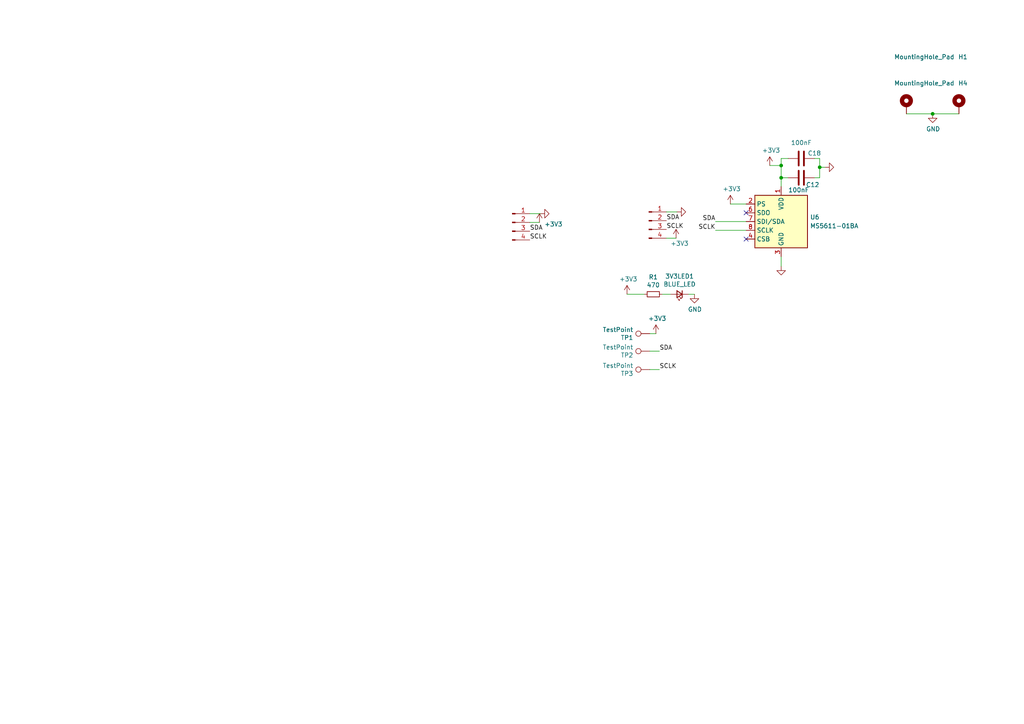
<source format=kicad_sch>
(kicad_sch (version 20230121) (generator eeschema)

  (uuid 0fb9836c-093c-4923-9fd8-054e13e1cd18)

  (paper "A4")

  (lib_symbols
    (symbol "Connector:Conn_01x04_Pin" (pin_names (offset 1.016) hide) (in_bom yes) (on_board yes)
      (property "Reference" "J" (at 0 5.08 0)
        (effects (font (size 1.27 1.27)))
      )
      (property "Value" "Conn_01x04_Pin" (at 0 -7.62 0)
        (effects (font (size 1.27 1.27)))
      )
      (property "Footprint" "" (at 0 0 0)
        (effects (font (size 1.27 1.27)) hide)
      )
      (property "Datasheet" "~" (at 0 0 0)
        (effects (font (size 1.27 1.27)) hide)
      )
      (property "ki_locked" "" (at 0 0 0)
        (effects (font (size 1.27 1.27)))
      )
      (property "ki_keywords" "connector" (at 0 0 0)
        (effects (font (size 1.27 1.27)) hide)
      )
      (property "ki_description" "Generic connector, single row, 01x04, script generated" (at 0 0 0)
        (effects (font (size 1.27 1.27)) hide)
      )
      (property "ki_fp_filters" "Connector*:*_1x??_*" (at 0 0 0)
        (effects (font (size 1.27 1.27)) hide)
      )
      (symbol "Conn_01x04_Pin_1_1"
        (polyline
          (pts
            (xy 1.27 -5.08)
            (xy 0.8636 -5.08)
          )
          (stroke (width 0.1524) (type default))
          (fill (type none))
        )
        (polyline
          (pts
            (xy 1.27 -2.54)
            (xy 0.8636 -2.54)
          )
          (stroke (width 0.1524) (type default))
          (fill (type none))
        )
        (polyline
          (pts
            (xy 1.27 0)
            (xy 0.8636 0)
          )
          (stroke (width 0.1524) (type default))
          (fill (type none))
        )
        (polyline
          (pts
            (xy 1.27 2.54)
            (xy 0.8636 2.54)
          )
          (stroke (width 0.1524) (type default))
          (fill (type none))
        )
        (rectangle (start 0.8636 -4.953) (end 0 -5.207)
          (stroke (width 0.1524) (type default))
          (fill (type outline))
        )
        (rectangle (start 0.8636 -2.413) (end 0 -2.667)
          (stroke (width 0.1524) (type default))
          (fill (type outline))
        )
        (rectangle (start 0.8636 0.127) (end 0 -0.127)
          (stroke (width 0.1524) (type default))
          (fill (type outline))
        )
        (rectangle (start 0.8636 2.667) (end 0 2.413)
          (stroke (width 0.1524) (type default))
          (fill (type outline))
        )
        (pin passive line (at 5.08 2.54 180) (length 3.81)
          (name "Pin_1" (effects (font (size 1.27 1.27))))
          (number "1" (effects (font (size 1.27 1.27))))
        )
        (pin passive line (at 5.08 0 180) (length 3.81)
          (name "Pin_2" (effects (font (size 1.27 1.27))))
          (number "2" (effects (font (size 1.27 1.27))))
        )
        (pin passive line (at 5.08 -2.54 180) (length 3.81)
          (name "Pin_3" (effects (font (size 1.27 1.27))))
          (number "3" (effects (font (size 1.27 1.27))))
        )
        (pin passive line (at 5.08 -5.08 180) (length 3.81)
          (name "Pin_4" (effects (font (size 1.27 1.27))))
          (number "4" (effects (font (size 1.27 1.27))))
        )
      )
    )
    (symbol "Connector:TestPoint" (pin_numbers hide) (pin_names (offset 0.762) hide) (in_bom yes) (on_board yes)
      (property "Reference" "TP" (at 0 6.858 0)
        (effects (font (size 1.27 1.27)))
      )
      (property "Value" "TestPoint" (at 0 5.08 0)
        (effects (font (size 1.27 1.27)))
      )
      (property "Footprint" "" (at 5.08 0 0)
        (effects (font (size 1.27 1.27)) hide)
      )
      (property "Datasheet" "~" (at 5.08 0 0)
        (effects (font (size 1.27 1.27)) hide)
      )
      (property "ki_keywords" "test point tp" (at 0 0 0)
        (effects (font (size 1.27 1.27)) hide)
      )
      (property "ki_description" "test point" (at 0 0 0)
        (effects (font (size 1.27 1.27)) hide)
      )
      (property "ki_fp_filters" "Pin* Test*" (at 0 0 0)
        (effects (font (size 1.27 1.27)) hide)
      )
      (symbol "TestPoint_0_1"
        (circle (center 0 3.302) (radius 0.762)
          (stroke (width 0) (type default))
          (fill (type none))
        )
      )
      (symbol "TestPoint_1_1"
        (pin passive line (at 0 0 90) (length 2.54)
          (name "1" (effects (font (size 1.27 1.27))))
          (number "1" (effects (font (size 1.27 1.27))))
        )
      )
    )
    (symbol "Device:C" (pin_numbers hide) (pin_names (offset 0.254)) (in_bom yes) (on_board yes)
      (property "Reference" "C" (at 0.635 2.54 0)
        (effects (font (size 1.27 1.27)) (justify left))
      )
      (property "Value" "C" (at 0.635 -2.54 0)
        (effects (font (size 1.27 1.27)) (justify left))
      )
      (property "Footprint" "" (at 0.9652 -3.81 0)
        (effects (font (size 1.27 1.27)) hide)
      )
      (property "Datasheet" "~" (at 0 0 0)
        (effects (font (size 1.27 1.27)) hide)
      )
      (property "ki_keywords" "cap capacitor" (at 0 0 0)
        (effects (font (size 1.27 1.27)) hide)
      )
      (property "ki_description" "Unpolarized capacitor" (at 0 0 0)
        (effects (font (size 1.27 1.27)) hide)
      )
      (property "ki_fp_filters" "C_*" (at 0 0 0)
        (effects (font (size 1.27 1.27)) hide)
      )
      (symbol "C_0_1"
        (polyline
          (pts
            (xy -2.032 -0.762)
            (xy 2.032 -0.762)
          )
          (stroke (width 0.508) (type default))
          (fill (type none))
        )
        (polyline
          (pts
            (xy -2.032 0.762)
            (xy 2.032 0.762)
          )
          (stroke (width 0.508) (type default))
          (fill (type none))
        )
      )
      (symbol "C_1_1"
        (pin passive line (at 0 3.81 270) (length 2.794)
          (name "~" (effects (font (size 1.27 1.27))))
          (number "1" (effects (font (size 1.27 1.27))))
        )
        (pin passive line (at 0 -3.81 90) (length 2.794)
          (name "~" (effects (font (size 1.27 1.27))))
          (number "2" (effects (font (size 1.27 1.27))))
        )
      )
    )
    (symbol "Device:LED_Small" (pin_numbers hide) (pin_names (offset 0.254) hide) (in_bom yes) (on_board yes)
      (property "Reference" "D" (at -1.27 3.175 0)
        (effects (font (size 1.27 1.27)) (justify left))
      )
      (property "Value" "LED_Small" (at -4.445 -2.54 0)
        (effects (font (size 1.27 1.27)) (justify left))
      )
      (property "Footprint" "" (at 0 0 90)
        (effects (font (size 1.27 1.27)) hide)
      )
      (property "Datasheet" "~" (at 0 0 90)
        (effects (font (size 1.27 1.27)) hide)
      )
      (property "ki_keywords" "LED diode light-emitting-diode" (at 0 0 0)
        (effects (font (size 1.27 1.27)) hide)
      )
      (property "ki_description" "Light emitting diode, small symbol" (at 0 0 0)
        (effects (font (size 1.27 1.27)) hide)
      )
      (property "ki_fp_filters" "LED* LED_SMD:* LED_THT:*" (at 0 0 0)
        (effects (font (size 1.27 1.27)) hide)
      )
      (symbol "LED_Small_0_1"
        (polyline
          (pts
            (xy -0.762 -1.016)
            (xy -0.762 1.016)
          )
          (stroke (width 0.254) (type default))
          (fill (type none))
        )
        (polyline
          (pts
            (xy 1.016 0)
            (xy -0.762 0)
          )
          (stroke (width 0) (type default))
          (fill (type none))
        )
        (polyline
          (pts
            (xy 0.762 -1.016)
            (xy -0.762 0)
            (xy 0.762 1.016)
            (xy 0.762 -1.016)
          )
          (stroke (width 0.254) (type default))
          (fill (type none))
        )
        (polyline
          (pts
            (xy 0 0.762)
            (xy -0.508 1.27)
            (xy -0.254 1.27)
            (xy -0.508 1.27)
            (xy -0.508 1.016)
          )
          (stroke (width 0) (type default))
          (fill (type none))
        )
        (polyline
          (pts
            (xy 0.508 1.27)
            (xy 0 1.778)
            (xy 0.254 1.778)
            (xy 0 1.778)
            (xy 0 1.524)
          )
          (stroke (width 0) (type default))
          (fill (type none))
        )
      )
      (symbol "LED_Small_1_1"
        (pin passive line (at -2.54 0 0) (length 1.778)
          (name "K" (effects (font (size 1.27 1.27))))
          (number "1" (effects (font (size 1.27 1.27))))
        )
        (pin passive line (at 2.54 0 180) (length 1.778)
          (name "A" (effects (font (size 1.27 1.27))))
          (number "2" (effects (font (size 1.27 1.27))))
        )
      )
    )
    (symbol "Device:R_Small" (pin_numbers hide) (pin_names (offset 0.254) hide) (in_bom yes) (on_board yes)
      (property "Reference" "R" (at 0.762 0.508 0)
        (effects (font (size 1.27 1.27)) (justify left))
      )
      (property "Value" "R_Small" (at 0.762 -1.016 0)
        (effects (font (size 1.27 1.27)) (justify left))
      )
      (property "Footprint" "" (at 0 0 0)
        (effects (font (size 1.27 1.27)) hide)
      )
      (property "Datasheet" "~" (at 0 0 0)
        (effects (font (size 1.27 1.27)) hide)
      )
      (property "ki_keywords" "R resistor" (at 0 0 0)
        (effects (font (size 1.27 1.27)) hide)
      )
      (property "ki_description" "Resistor, small symbol" (at 0 0 0)
        (effects (font (size 1.27 1.27)) hide)
      )
      (property "ki_fp_filters" "R_*" (at 0 0 0)
        (effects (font (size 1.27 1.27)) hide)
      )
      (symbol "R_Small_0_1"
        (rectangle (start -0.762 1.778) (end 0.762 -1.778)
          (stroke (width 0.2032) (type default))
          (fill (type none))
        )
      )
      (symbol "R_Small_1_1"
        (pin passive line (at 0 2.54 270) (length 0.762)
          (name "~" (effects (font (size 1.27 1.27))))
          (number "1" (effects (font (size 1.27 1.27))))
        )
        (pin passive line (at 0 -2.54 90) (length 0.762)
          (name "~" (effects (font (size 1.27 1.27))))
          (number "2" (effects (font (size 1.27 1.27))))
        )
      )
    )
    (symbol "GND_1" (power) (pin_names (offset 0)) (in_bom yes) (on_board yes)
      (property "Reference" "#PWR" (at 0 -6.35 0)
        (effects (font (size 1.27 1.27)) hide)
      )
      (property "Value" "GND_1" (at 0 -3.81 0)
        (effects (font (size 1.27 1.27)))
      )
      (property "Footprint" "" (at 0 0 0)
        (effects (font (size 1.27 1.27)) hide)
      )
      (property "Datasheet" "" (at 0 0 0)
        (effects (font (size 1.27 1.27)) hide)
      )
      (property "ki_keywords" "global power" (at 0 0 0)
        (effects (font (size 1.27 1.27)) hide)
      )
      (property "ki_description" "Power symbol creates a global label with name \"GND\" , ground" (at 0 0 0)
        (effects (font (size 1.27 1.27)) hide)
      )
      (symbol "GND_1_0_1"
        (polyline
          (pts
            (xy 0 0)
            (xy 0 -1.27)
            (xy 1.27 -1.27)
            (xy 0 -2.54)
            (xy -1.27 -1.27)
            (xy 0 -1.27)
          )
          (stroke (width 0) (type default))
          (fill (type none))
        )
      )
      (symbol "GND_1_1_1"
        (pin power_in line (at 0 0 270) (length 0) hide
          (name "GND" (effects (font (size 1.27 1.27))))
          (number "1" (effects (font (size 1.27 1.27))))
        )
      )
    )
    (symbol "Mechanical:MountingHole_Pad" (pin_numbers hide) (pin_names (offset 1.016) hide) (in_bom yes) (on_board yes)
      (property "Reference" "H" (at 0 6.35 0)
        (effects (font (size 1.27 1.27)))
      )
      (property "Value" "MountingHole_Pad" (at 0 4.445 0)
        (effects (font (size 1.27 1.27)))
      )
      (property "Footprint" "" (at 0 0 0)
        (effects (font (size 1.27 1.27)) hide)
      )
      (property "Datasheet" "~" (at 0 0 0)
        (effects (font (size 1.27 1.27)) hide)
      )
      (property "ki_keywords" "mounting hole" (at 0 0 0)
        (effects (font (size 1.27 1.27)) hide)
      )
      (property "ki_description" "Mounting Hole with connection" (at 0 0 0)
        (effects (font (size 1.27 1.27)) hide)
      )
      (property "ki_fp_filters" "MountingHole*Pad*" (at 0 0 0)
        (effects (font (size 1.27 1.27)) hide)
      )
      (symbol "MountingHole_Pad_0_1"
        (circle (center 0 1.27) (radius 1.27)
          (stroke (width 1.27) (type default))
          (fill (type none))
        )
      )
      (symbol "MountingHole_Pad_1_1"
        (pin input line (at 0 -2.54 90) (length 2.54)
          (name "1" (effects (font (size 1.27 1.27))))
          (number "1" (effects (font (size 1.27 1.27))))
        )
      )
    )
    (symbol "Sensor_Pressure:MS5611-01BA" (in_bom yes) (on_board yes)
      (property "Reference" "U" (at -6.35 8.89 0)
        (effects (font (size 1.27 1.27)))
      )
      (property "Value" "MS5611-01BA" (at 7.62 8.89 0)
        (effects (font (size 1.27 1.27)))
      )
      (property "Footprint" "Package_LGA:LGA-8_3x5mm_P1.25mm" (at 0 0 0)
        (effects (font (size 1.27 1.27)) hide)
      )
      (property "Datasheet" "https://www.te.com/commerce/DocumentDelivery/DDEController?Action=srchrtrv&DocNm=MS5611-01BA03&DocType=Data+Sheet&DocLang=English" (at 0 0 0)
        (effects (font (size 1.27 1.27)) hide)
      )
      (property "ki_keywords" "pressure SPI I2C" (at 0 0 0)
        (effects (font (size 1.27 1.27)) hide)
      )
      (property "ki_description" "Barometric pressure sensor, 10cm resolution, 10 to 1200 mbar, I2C and SPI interface up to 20MHz, LGA-8" (at 0 0 0)
        (effects (font (size 1.27 1.27)) hide)
      )
      (property "ki_fp_filters" "LGA*3x5mm*P1.25mm*" (at 0 0 0)
        (effects (font (size 1.27 1.27)) hide)
      )
      (symbol "MS5611-01BA_0_1"
        (rectangle (start -7.62 7.62) (end 7.62 -7.62)
          (stroke (width 0.254) (type default))
          (fill (type background))
        )
      )
      (symbol "MS5611-01BA_1_1"
        (pin power_in line (at 0 10.16 270) (length 2.54)
          (name "VDD" (effects (font (size 1.27 1.27))))
          (number "1" (effects (font (size 1.27 1.27))))
        )
        (pin input line (at -10.16 5.08 0) (length 2.54)
          (name "PS" (effects (font (size 1.27 1.27))))
          (number "2" (effects (font (size 1.27 1.27))))
        )
        (pin power_in line (at 0 -10.16 90) (length 2.54)
          (name "GND" (effects (font (size 1.27 1.27))))
          (number "3" (effects (font (size 1.27 1.27))))
        )
        (pin input line (at -10.16 -5.08 0) (length 2.54)
          (name "CSB" (effects (font (size 1.27 1.27))))
          (number "4" (effects (font (size 1.27 1.27))))
        )
        (pin input line (at -10.16 -5.08 0) (length 2.54) hide
          (name "CSB" (effects (font (size 1.27 1.27))))
          (number "5" (effects (font (size 1.27 1.27))))
        )
        (pin output line (at -10.16 2.54 0) (length 2.54)
          (name "SDO" (effects (font (size 1.27 1.27))))
          (number "6" (effects (font (size 1.27 1.27))))
        )
        (pin bidirectional line (at -10.16 0 0) (length 2.54)
          (name "SDI/SDA" (effects (font (size 1.27 1.27))))
          (number "7" (effects (font (size 1.27 1.27))))
        )
        (pin input line (at -10.16 -2.54 0) (length 2.54)
          (name "SCLK" (effects (font (size 1.27 1.27))))
          (number "8" (effects (font (size 1.27 1.27))))
        )
      )
    )
    (symbol "power:+3.3V" (power) (pin_names (offset 0)) (in_bom yes) (on_board yes)
      (property "Reference" "#PWR" (at 0 -3.81 0)
        (effects (font (size 1.27 1.27)) hide)
      )
      (property "Value" "+3.3V" (at 0 3.556 0)
        (effects (font (size 1.27 1.27)))
      )
      (property "Footprint" "" (at 0 0 0)
        (effects (font (size 1.27 1.27)) hide)
      )
      (property "Datasheet" "" (at 0 0 0)
        (effects (font (size 1.27 1.27)) hide)
      )
      (property "ki_keywords" "power-flag" (at 0 0 0)
        (effects (font (size 1.27 1.27)) hide)
      )
      (property "ki_description" "Power symbol creates a global label with name \"+3.3V\"" (at 0 0 0)
        (effects (font (size 1.27 1.27)) hide)
      )
      (symbol "+3.3V_0_1"
        (polyline
          (pts
            (xy -0.762 1.27)
            (xy 0 2.54)
          )
          (stroke (width 0) (type default))
          (fill (type none))
        )
        (polyline
          (pts
            (xy 0 0)
            (xy 0 2.54)
          )
          (stroke (width 0) (type default))
          (fill (type none))
        )
        (polyline
          (pts
            (xy 0 2.54)
            (xy 0.762 1.27)
          )
          (stroke (width 0) (type default))
          (fill (type none))
        )
      )
      (symbol "+3.3V_1_1"
        (pin power_in line (at 0 0 90) (length 0) hide
          (name "+3V3" (effects (font (size 1.27 1.27))))
          (number "1" (effects (font (size 1.27 1.27))))
        )
      )
    )
    (symbol "power:GND" (power) (pin_names (offset 0)) (in_bom yes) (on_board yes)
      (property "Reference" "#PWR" (at 0 -6.35 0)
        (effects (font (size 1.27 1.27)) hide)
      )
      (property "Value" "GND" (at 0 -3.81 0)
        (effects (font (size 1.27 1.27)))
      )
      (property "Footprint" "" (at 0 0 0)
        (effects (font (size 1.27 1.27)) hide)
      )
      (property "Datasheet" "" (at 0 0 0)
        (effects (font (size 1.27 1.27)) hide)
      )
      (property "ki_keywords" "power-flag" (at 0 0 0)
        (effects (font (size 1.27 1.27)) hide)
      )
      (property "ki_description" "Power symbol creates a global label with name \"GND\" , ground" (at 0 0 0)
        (effects (font (size 1.27 1.27)) hide)
      )
      (symbol "GND_0_1"
        (polyline
          (pts
            (xy 0 0)
            (xy 0 -1.27)
            (xy 1.27 -1.27)
            (xy 0 -2.54)
            (xy -1.27 -1.27)
            (xy 0 -1.27)
          )
          (stroke (width 0) (type default))
          (fill (type none))
        )
      )
      (symbol "GND_1_1"
        (pin power_in line (at 0 0 270) (length 0) hide
          (name "GND" (effects (font (size 1.27 1.27))))
          (number "1" (effects (font (size 1.27 1.27))))
        )
      )
    )
  )

  (junction (at 226.568 51.562) (diameter 0) (color 0 0 0 0)
    (uuid 8937ad21-8926-441f-bf4a-933323103976)
  )
  (junction (at 237.744 48.514) (diameter 0) (color 0 0 0 0)
    (uuid a5c75717-c944-415c-92af-2a34fc9882ef)
  )
  (junction (at 270.51 33.02) (diameter 0) (color 0 0 0 0)
    (uuid de1d8b49-3cd8-4ee5-8113-50d6db3ea930)
  )
  (junction (at 226.568 48.006) (diameter 0) (color 0 0 0 0)
    (uuid e6ec8d25-ac3a-4f8d-9991-fee8f49307ed)
  )

  (no_connect (at 216.408 69.342) (uuid adbb312d-6fcf-417c-8270-8101083f8033))
  (no_connect (at 216.408 61.722) (uuid d032d131-e456-449c-95fc-ae65f9466941))

  (wire (pts (xy 211.836 59.182) (xy 216.408 59.182))
    (stroke (width 0) (type default))
    (uuid 105e3ab3-9484-4fb3-ad4c-538acebf00fe)
  )
  (wire (pts (xy 188.468 107.188) (xy 191.262 107.188))
    (stroke (width 0) (type default))
    (uuid 18073991-4c68-4d2c-b465-1d7bc2c1d293)
  )
  (wire (pts (xy 237.744 48.514) (xy 237.744 51.562))
    (stroke (width 0) (type default))
    (uuid 1d7245dd-cd2d-4d73-995e-4d51674bc4e6)
  )
  (wire (pts (xy 237.744 48.514) (xy 239.268 48.514))
    (stroke (width 0) (type default))
    (uuid 1d78fd57-6336-4010-ba6f-a1871c6e544c)
  )
  (wire (pts (xy 223.266 48.006) (xy 226.568 48.006))
    (stroke (width 0) (type default))
    (uuid 270176ae-2fc9-4bf9-a6d3-7ae3eaa36396)
  )
  (wire (pts (xy 262.89 33.02) (xy 270.51 33.02))
    (stroke (width 0) (type default))
    (uuid 318cdbda-f2fe-4337-9b97-a693e6cb6f11)
  )
  (wire (pts (xy 207.518 66.802) (xy 216.408 66.802))
    (stroke (width 0) (type default))
    (uuid 32a891c1-ceef-4267-a142-3960619b0ba4)
  )
  (wire (pts (xy 226.568 74.422) (xy 226.568 77.216))
    (stroke (width 0) (type default))
    (uuid 44fa0f9f-e5b4-4cec-a64b-72ed8c9c335a)
  )
  (wire (pts (xy 188.468 96.774) (xy 190.246 96.774))
    (stroke (width 0) (type default))
    (uuid 4d4e2651-7e50-4dfb-b6cb-35530e945bb0)
  )
  (wire (pts (xy 156.718 61.976) (xy 153.67 61.976))
    (stroke (width 0) (type default))
    (uuid 4dd5cab4-e767-4400-9792-121f7dde2035)
  )
  (wire (pts (xy 207.518 64.262) (xy 216.408 64.262))
    (stroke (width 0) (type default))
    (uuid 4ec09efd-633d-47e0-bf63-bab5f4239182)
  )
  (wire (pts (xy 226.568 45.974) (xy 226.568 48.006))
    (stroke (width 0) (type default))
    (uuid 636a79f1-a165-43b9-84aa-e1c70e4a4acc)
  )
  (wire (pts (xy 226.568 48.006) (xy 226.568 51.562))
    (stroke (width 0) (type default))
    (uuid 666f1ae4-7eb9-43e6-8059-8b4d1743361e)
  )
  (wire (pts (xy 181.864 85.344) (xy 186.944 85.344))
    (stroke (width 0) (type default))
    (uuid 6a1d4663-44a1-46bc-b547-7942361b565e)
  )
  (wire (pts (xy 199.644 85.344) (xy 201.422 85.344))
    (stroke (width 0) (type default))
    (uuid 7a82cce0-69df-409d-921b-50a0ee964163)
  )
  (wire (pts (xy 192.024 85.344) (xy 194.564 85.344))
    (stroke (width 0) (type default))
    (uuid 839fa453-4954-45ca-805b-0ff10defa43c)
  )
  (wire (pts (xy 270.51 33.02) (xy 278.13 33.02))
    (stroke (width 0) (type default))
    (uuid 848724ee-1b9c-4104-83c6-94f25177f0bb)
  )
  (wire (pts (xy 188.468 101.854) (xy 191.262 101.854))
    (stroke (width 0) (type default))
    (uuid 90ce665a-03f9-4e8d-8a0a-1c2efe40fcff)
  )
  (wire (pts (xy 226.568 51.562) (xy 226.568 54.102))
    (stroke (width 0) (type default))
    (uuid 9900ff50-abea-4648-9be4-62035577b54f)
  )
  (wire (pts (xy 153.67 64.516) (xy 156.464 64.516))
    (stroke (width 0) (type default))
    (uuid add219ad-4dd2-4adf-96cc-b5dde555d53a)
  )
  (wire (pts (xy 237.744 51.562) (xy 236.22 51.562))
    (stroke (width 0) (type default))
    (uuid bef03477-b495-4a1e-9c9c-6926e769953c)
  )
  (wire (pts (xy 237.744 45.974) (xy 237.744 48.514))
    (stroke (width 0) (type default))
    (uuid c3ccf0f1-a0ff-48d0-8e3c-b912756f5dfc)
  )
  (wire (pts (xy 196.342 61.468) (xy 193.294 61.468))
    (stroke (width 0) (type default))
    (uuid c9b6de31-9e96-478e-beb3-936241034724)
  )
  (wire (pts (xy 226.568 51.562) (xy 228.6 51.562))
    (stroke (width 0) (type default))
    (uuid ca1f702a-a626-4df5-b590-5ee571e34f5a)
  )
  (wire (pts (xy 226.568 45.974) (xy 228.6 45.974))
    (stroke (width 0) (type default))
    (uuid eb1ddd8f-c153-4d91-882c-1f5d0eed708e)
  )
  (wire (pts (xy 236.22 45.974) (xy 237.744 45.974))
    (stroke (width 0) (type default))
    (uuid f26d1e73-2a3d-484f-a9ca-c63d1f867eda)
  )
  (wire (pts (xy 193.294 69.088) (xy 196.088 69.088))
    (stroke (width 0) (type default))
    (uuid f2ee6544-1509-4664-86f1-b77badc195a5)
  )

  (label "SDA" (at 193.294 64.008 0) (fields_autoplaced)
    (effects (font (size 1.27 1.27)) (justify left bottom))
    (uuid 0aa8e664-d47e-400a-9500-e6ee375105d5)
  )
  (label "SDA" (at 153.67 67.056 0) (fields_autoplaced)
    (effects (font (size 1.27 1.27)) (justify left bottom))
    (uuid 2dfdcef5-2f4d-462c-bc3b-082ac5daf3b1)
  )
  (label "SCLK" (at 191.262 107.188 0) (fields_autoplaced)
    (effects (font (size 1.27 1.27)) (justify left bottom))
    (uuid 33d5a835-98a4-426b-82c1-f35cfab60a17)
  )
  (label "SCLK" (at 193.294 66.548 0) (fields_autoplaced)
    (effects (font (size 1.27 1.27)) (justify left bottom))
    (uuid 340b8236-e3bf-4ba5-9bd8-e6aa7ccad28f)
  )
  (label "SCLK" (at 207.518 66.802 180) (fields_autoplaced)
    (effects (font (size 1.27 1.27)) (justify right bottom))
    (uuid 42169664-6166-4282-a70c-c39452e435ca)
  )
  (label "SCLK" (at 153.67 69.596 0) (fields_autoplaced)
    (effects (font (size 1.27 1.27)) (justify left bottom))
    (uuid 51966754-8949-4a05-96b9-d9504abea3ea)
  )
  (label "SDA" (at 191.262 101.854 0) (fields_autoplaced)
    (effects (font (size 1.27 1.27)) (justify left bottom))
    (uuid 7c4ca58b-bddc-4775-9d23-3da663d7e858)
  )
  (label "SDA" (at 207.518 64.262 180) (fields_autoplaced)
    (effects (font (size 1.27 1.27)) (justify right bottom))
    (uuid fc333ad1-1a60-4371-ab5a-0d60baf42147)
  )

  (symbol (lib_id "Device:C") (at 232.41 51.562 90) (unit 1)
    (in_bom yes) (on_board yes) (dnp no)
    (uuid 04027d7f-075a-4d78-a809-30b0e19bf98d)
    (property "Reference" "C12" (at 235.712 53.594 90)
      (effects (font (size 1.27 1.27)))
    )
    (property "Value" "100nF" (at 231.648 55.118 90)
      (effects (font (size 1.27 1.27)))
    )
    (property "Footprint" "Capacitor_SMD:C_0402_1005Metric" (at 236.22 50.5968 0)
      (effects (font (size 1.27 1.27)) hide)
    )
    (property "Datasheet" "~" (at 232.41 51.562 0)
      (effects (font (size 1.27 1.27)) hide)
    )
    (pin "2" (uuid 13e6d060-992c-466d-bb12-cf98e99f9f0d))
    (pin "1" (uuid 7e0ee9a7-b69e-460d-8ee6-0f164fda144d))
    (instances
      (project "BarometerBoard"
        (path "/0fb9836c-093c-4923-9fd8-054e13e1cd18"
          (reference "C12") (unit 1)
        )
      )
    )
  )

  (symbol (lib_id "power:+3.3V") (at 156.464 64.516 0) (unit 1)
    (in_bom yes) (on_board yes) (dnp no)
    (uuid 0b6101dc-85c8-448e-9700-4480369c9a97)
    (property "Reference" "#PWR08" (at 156.464 68.326 0)
      (effects (font (size 1.27 1.27)) hide)
    )
    (property "Value" "+3.3V" (at 160.528 65.024 0)
      (effects (font (size 1.27 1.27)))
    )
    (property "Footprint" "" (at 156.464 64.516 0)
      (effects (font (size 1.27 1.27)) hide)
    )
    (property "Datasheet" "" (at 156.464 64.516 0)
      (effects (font (size 1.27 1.27)) hide)
    )
    (pin "1" (uuid 9d69d587-129a-481e-ab4a-1034874d34c6))
    (instances
      (project "BarometerBoard"
        (path "/0fb9836c-093c-4923-9fd8-054e13e1cd18"
          (reference "#PWR08") (unit 1)
        )
      )
      (project "Ricardo-Stark"
        (path "/7db990e4-92e1-4f99-b4d2-435bbec1ba83"
          (reference "#PWR06") (unit 1)
        )
      )
    )
  )

  (symbol (lib_id "Connector:TestPoint") (at 188.468 101.854 90) (unit 1)
    (in_bom yes) (on_board yes) (dnp no)
    (uuid 0c7bdcda-7cfb-4a27-823b-5eedab5a7119)
    (property "Reference" "TP2" (at 183.6928 103.0224 90)
      (effects (font (size 1.27 1.27)) (justify left))
    )
    (property "Value" "TestPoint" (at 183.6928 100.711 90)
      (effects (font (size 1.27 1.27)) (justify left))
    )
    (property "Footprint" "TestPoint:TestPoint_Pad_D1.0mm" (at 188.468 96.774 0)
      (effects (font (size 1.27 1.27)) hide)
    )
    (property "Datasheet" "~" (at 188.468 96.774 0)
      (effects (font (size 1.27 1.27)) hide)
    )
    (pin "1" (uuid c017f44e-c0bb-4827-8210-19d606dbe567))
    (instances
      (project "BarometerBoard"
        (path "/0fb9836c-093c-4923-9fd8-054e13e1cd18"
          (reference "TP2") (unit 1)
        )
      )
      (project "Ricardo-Stark"
        (path "/7db990e4-92e1-4f99-b4d2-435bbec1ba83"
          (reference "TP2") (unit 1)
        )
      )
    )
  )

  (symbol (lib_id "Connector:TestPoint") (at 188.468 96.774 90) (unit 1)
    (in_bom yes) (on_board yes) (dnp no)
    (uuid 1d01c85b-7607-4412-b3e0-e49b27746a7b)
    (property "Reference" "TP1" (at 183.6928 97.9424 90)
      (effects (font (size 1.27 1.27)) (justify left))
    )
    (property "Value" "TestPoint" (at 183.6928 95.631 90)
      (effects (font (size 1.27 1.27)) (justify left))
    )
    (property "Footprint" "TestPoint:TestPoint_Pad_D1.0mm" (at 188.468 91.694 0)
      (effects (font (size 1.27 1.27)) hide)
    )
    (property "Datasheet" "~" (at 188.468 91.694 0)
      (effects (font (size 1.27 1.27)) hide)
    )
    (pin "1" (uuid 4f841cc1-12d9-4681-92bd-455585e50fce))
    (instances
      (project "BarometerBoard"
        (path "/0fb9836c-093c-4923-9fd8-054e13e1cd18"
          (reference "TP1") (unit 1)
        )
      )
      (project "Ricardo-Stark"
        (path "/7db990e4-92e1-4f99-b4d2-435bbec1ba83"
          (reference "TP1") (unit 1)
        )
      )
    )
  )

  (symbol (lib_id "power:+3.3V") (at 181.864 85.344 0) (unit 1)
    (in_bom yes) (on_board yes) (dnp no)
    (uuid 28eed169-e116-4609-9038-e728c1fad149)
    (property "Reference" "#PWR04" (at 181.864 89.154 0)
      (effects (font (size 1.27 1.27)) hide)
    )
    (property "Value" "+3.3V" (at 182.245 80.9498 0)
      (effects (font (size 1.27 1.27)))
    )
    (property "Footprint" "" (at 181.864 85.344 0)
      (effects (font (size 1.27 1.27)) hide)
    )
    (property "Datasheet" "" (at 181.864 85.344 0)
      (effects (font (size 1.27 1.27)) hide)
    )
    (pin "1" (uuid 68a74c36-0cdf-43e0-ba30-d0478cfc2750))
    (instances
      (project "BarometerBoard"
        (path "/0fb9836c-093c-4923-9fd8-054e13e1cd18"
          (reference "#PWR04") (unit 1)
        )
      )
      (project "Ricardo-Stark"
        (path "/7db990e4-92e1-4f99-b4d2-435bbec1ba83"
          (reference "#PWR06") (unit 1)
        )
      )
    )
  )

  (symbol (lib_id "power:+3.3V") (at 190.246 96.774 0) (unit 1)
    (in_bom yes) (on_board yes) (dnp no)
    (uuid 2a76f9f3-1930-4d1f-9f5c-1fff39fb5aa3)
    (property "Reference" "#PWR07" (at 190.246 100.584 0)
      (effects (font (size 1.27 1.27)) hide)
    )
    (property "Value" "+3.3V" (at 190.627 92.3798 0)
      (effects (font (size 1.27 1.27)))
    )
    (property "Footprint" "" (at 190.246 96.774 0)
      (effects (font (size 1.27 1.27)) hide)
    )
    (property "Datasheet" "" (at 190.246 96.774 0)
      (effects (font (size 1.27 1.27)) hide)
    )
    (pin "1" (uuid 2b554d22-1c70-45b0-b86f-794f87a8c844))
    (instances
      (project "BarometerBoard"
        (path "/0fb9836c-093c-4923-9fd8-054e13e1cd18"
          (reference "#PWR07") (unit 1)
        )
      )
      (project "Ricardo-Stark"
        (path "/7db990e4-92e1-4f99-b4d2-435bbec1ba83"
          (reference "#PWR06") (unit 1)
        )
      )
    )
  )

  (symbol (lib_id "Connector:Conn_01x04_Pin") (at 148.59 64.516 0) (unit 1)
    (in_bom yes) (on_board yes) (dnp no) (fields_autoplaced)
    (uuid 3c3eee10-2fbe-41e3-8d01-803a783d032d)
    (property "Reference" "J2" (at 149.225 56.388 0)
      (effects (font (size 1.27 1.27)) hide)
    )
    (property "Value" "Conn_01x04_Pin" (at 149.225 58.928 0)
      (effects (font (size 1.27 1.27)) hide)
    )
    (property "Footprint" "Connector_JST:JST_SH_SM04B-SRSS-TB_1x04-1MP_P1.00mm_Horizontal" (at 148.59 64.516 0)
      (effects (font (size 1.27 1.27)) hide)
    )
    (property "Datasheet" "~" (at 148.59 64.516 0)
      (effects (font (size 1.27 1.27)) hide)
    )
    (pin "3" (uuid a94d974d-44b3-4781-b079-f7261f9cc98e))
    (pin "2" (uuid 5a4403ea-701a-4e5c-b135-93d4bda4a638))
    (pin "4" (uuid 39f30bf7-3d5f-4fb4-8d15-670b2ee51df4))
    (pin "1" (uuid 03df6047-0a23-4f06-adf9-464ba61c7c12))
    (instances
      (project "BarometerBoard"
        (path "/0fb9836c-093c-4923-9fd8-054e13e1cd18"
          (reference "J2") (unit 1)
        )
      )
    )
  )

  (symbol (lib_id "Device:R_Small") (at 189.484 85.344 270) (unit 1)
    (in_bom yes) (on_board yes) (dnp no)
    (uuid 3d5a964d-e51f-48ce-a3d3-5c011dc33a8d)
    (property "Reference" "R1" (at 189.484 80.3656 90)
      (effects (font (size 1.27 1.27)))
    )
    (property "Value" "470" (at 189.484 82.677 90)
      (effects (font (size 1.27 1.27)))
    )
    (property "Footprint" "Resistor_SMD:R_0402_1005Metric" (at 189.484 85.344 0)
      (effects (font (size 1.27 1.27)) hide)
    )
    (property "Datasheet" "~" (at 189.484 85.344 0)
      (effects (font (size 1.27 1.27)) hide)
    )
    (pin "1" (uuid 5b82d3fa-2534-4784-9f24-9e25351c19de))
    (pin "2" (uuid dfb05c19-7a84-4b8d-8ed6-427b3b4265f2))
    (instances
      (project "BarometerBoard"
        (path "/0fb9836c-093c-4923-9fd8-054e13e1cd18"
          (reference "R1") (unit 1)
        )
      )
      (project "Ricardo-Stark"
        (path "/7db990e4-92e1-4f99-b4d2-435bbec1ba83"
          (reference "R6") (unit 1)
        )
      )
    )
  )

  (symbol (lib_id "Mechanical:MountingHole_Pad") (at 278.13 30.48 0) (unit 1)
    (in_bom yes) (on_board yes) (dnp no)
    (uuid 4c3f0c83-0817-4bc7-a57d-42d2b737bfa2)
    (property "Reference" "H4" (at 280.67 24.13 0)
      (effects (font (size 1.27 1.27)) (justify right))
    )
    (property "Value" "MountingHole_Pad" (at 276.86 16.51 0)
      (effects (font (size 1.27 1.27)) (justify right))
    )
    (property "Footprint" "MountingHole:MountingHole_3.2mm_M3_DIN965_Pad" (at 278.13 30.48 0)
      (effects (font (size 1.27 1.27)) hide)
    )
    (property "Datasheet" "~" (at 278.13 30.48 0)
      (effects (font (size 1.27 1.27)) hide)
    )
    (pin "1" (uuid 74fe3bfb-5751-4c2b-b371-b92a1699ccee))
    (instances
      (project "BarometerBoard"
        (path "/0fb9836c-093c-4923-9fd8-054e13e1cd18"
          (reference "H4") (unit 1)
        )
      )
      (project "RicardoTemplate"
        (path "/7db990e4-92e1-4f99-b4d2-435bbec1ba83"
          (reference "H4") (unit 1)
        )
      )
    )
  )

  (symbol (lib_id "Sensor_Pressure:MS5611-01BA") (at 226.568 64.262 0) (unit 1)
    (in_bom yes) (on_board yes) (dnp no) (fields_autoplaced)
    (uuid 64d66e9e-70bc-44ba-831d-429a9d698a55)
    (property "Reference" "U6" (at 234.95 62.992 0)
      (effects (font (size 1.27 1.27)) (justify left))
    )
    (property "Value" "MS5611-01BA" (at 234.95 65.532 0)
      (effects (font (size 1.27 1.27)) (justify left))
    )
    (property "Footprint" "Package_LGA:LGA-8_3x5mm_P1.25mm" (at 226.568 64.262 0)
      (effects (font (size 1.27 1.27)) hide)
    )
    (property "Datasheet" "https://www.te.com/commerce/DocumentDelivery/DDEController?Action=srchrtrv&DocNm=MS5611-01BA03&DocType=Data+Sheet&DocLang=English" (at 226.568 64.262 0)
      (effects (font (size 1.27 1.27)) hide)
    )
    (pin "1" (uuid 1ba53c8c-ef2e-4d0d-ab11-10507ee85551))
    (pin "7" (uuid 1ae10dea-8b92-4591-bcd2-4f4a6f62f619))
    (pin "5" (uuid e38b4072-80f6-4c01-b59d-4407d8c66af1))
    (pin "8" (uuid 2dbaa95b-a99c-467e-8f12-3be4346748e2))
    (pin "4" (uuid 603e3114-a499-4153-9ba9-4bf899b6fc28))
    (pin "6" (uuid fa7e5248-ea61-4767-8d99-b7b148637f37))
    (pin "2" (uuid ecb10555-f90d-4e25-a4ee-0916e1443672))
    (pin "3" (uuid 7203726c-6947-4ac6-bebf-3f49301fba88))
    (instances
      (project "BarometerBoard"
        (path "/0fb9836c-093c-4923-9fd8-054e13e1cd18"
          (reference "U6") (unit 1)
        )
      )
    )
  )

  (symbol (lib_id "power:+3.3V") (at 223.266 48.006 0) (unit 1)
    (in_bom yes) (on_board yes) (dnp no)
    (uuid 689546eb-d329-4103-ae77-843b2587824f)
    (property "Reference" "#PWR06" (at 223.266 51.816 0)
      (effects (font (size 1.27 1.27)) hide)
    )
    (property "Value" "+3.3V" (at 223.647 43.6118 0)
      (effects (font (size 1.27 1.27)))
    )
    (property "Footprint" "" (at 223.266 48.006 0)
      (effects (font (size 1.27 1.27)) hide)
    )
    (property "Datasheet" "" (at 223.266 48.006 0)
      (effects (font (size 1.27 1.27)) hide)
    )
    (pin "1" (uuid 194a5480-c2a5-4a7b-b03f-84c4f6fe0b64))
    (instances
      (project "BarometerBoard"
        (path "/0fb9836c-093c-4923-9fd8-054e13e1cd18"
          (reference "#PWR06") (unit 1)
        )
      )
      (project "Ricardo-Stark"
        (path "/7db990e4-92e1-4f99-b4d2-435bbec1ba83"
          (reference "#PWR06") (unit 1)
        )
      )
    )
  )

  (symbol (lib_id "power:GND") (at 201.422 85.344 0) (unit 1)
    (in_bom yes) (on_board yes) (dnp no)
    (uuid 695fb0cc-4eaa-49e3-8762-ef8893135c9b)
    (property "Reference" "#PWR05" (at 201.422 91.694 0)
      (effects (font (size 1.27 1.27)) hide)
    )
    (property "Value" "GND" (at 201.549 89.7382 0)
      (effects (font (size 1.27 1.27)))
    )
    (property "Footprint" "" (at 201.422 85.344 0)
      (effects (font (size 1.27 1.27)) hide)
    )
    (property "Datasheet" "" (at 201.422 85.344 0)
      (effects (font (size 1.27 1.27)) hide)
    )
    (pin "1" (uuid f80072bd-c8c4-43f9-9f17-9fb2fe1f8370))
    (instances
      (project "BarometerBoard"
        (path "/0fb9836c-093c-4923-9fd8-054e13e1cd18"
          (reference "#PWR05") (unit 1)
        )
      )
      (project "Ricardo-Stark"
        (path "/7db990e4-92e1-4f99-b4d2-435bbec1ba83"
          (reference "#PWR011") (unit 1)
        )
      )
    )
  )

  (symbol (lib_id "Mechanical:MountingHole_Pad") (at 262.89 30.48 0) (unit 1)
    (in_bom yes) (on_board yes) (dnp no)
    (uuid 9a1d0aac-d424-44a1-ad3f-6accfbc230c0)
    (property "Reference" "H1" (at 280.67 16.51 0)
      (effects (font (size 1.27 1.27)) (justify right))
    )
    (property "Value" "MountingHole_Pad" (at 276.86 24.13 0)
      (effects (font (size 1.27 1.27)) (justify right))
    )
    (property "Footprint" "MountingHole:MountingHole_3.2mm_M3_DIN965_Pad" (at 262.89 30.48 0)
      (effects (font (size 1.27 1.27)) hide)
    )
    (property "Datasheet" "~" (at 262.89 30.48 0)
      (effects (font (size 1.27 1.27)) hide)
    )
    (pin "1" (uuid e057ca2f-1b75-420b-8935-3a5f72a1ab12))
    (instances
      (project "BarometerBoard"
        (path "/0fb9836c-093c-4923-9fd8-054e13e1cd18"
          (reference "H1") (unit 1)
        )
      )
      (project "RicardoTemplate"
        (path "/7db990e4-92e1-4f99-b4d2-435bbec1ba83"
          (reference "H1") (unit 1)
        )
      )
    )
  )

  (symbol (lib_name "GND_1") (lib_id "power:GND") (at 226.568 77.216 0) (unit 1)
    (in_bom yes) (on_board yes) (dnp no) (fields_autoplaced)
    (uuid a0419205-1fca-4260-a07e-1de326ba0514)
    (property "Reference" "#PWR09" (at 226.568 83.566 0)
      (effects (font (size 1.27 1.27)) hide)
    )
    (property "Value" "GND" (at 226.568 82.55 0)
      (effects (font (size 1.27 1.27)) hide)
    )
    (property "Footprint" "" (at 226.568 77.216 0)
      (effects (font (size 1.27 1.27)) hide)
    )
    (property "Datasheet" "" (at 226.568 77.216 0)
      (effects (font (size 1.27 1.27)) hide)
    )
    (pin "1" (uuid f85d9d41-1910-4051-b14a-d280792a641d))
    (instances
      (project "BarometerBoard"
        (path "/0fb9836c-093c-4923-9fd8-054e13e1cd18"
          (reference "#PWR09") (unit 1)
        )
      )
    )
  )

  (symbol (lib_id "Connector:TestPoint") (at 188.468 107.188 90) (unit 1)
    (in_bom yes) (on_board yes) (dnp no)
    (uuid a5839a1a-b294-4624-b602-f204bd044415)
    (property "Reference" "TP3" (at 183.6928 108.3564 90)
      (effects (font (size 1.27 1.27)) (justify left))
    )
    (property "Value" "TestPoint" (at 183.6928 106.045 90)
      (effects (font (size 1.27 1.27)) (justify left))
    )
    (property "Footprint" "TestPoint:TestPoint_Pad_D1.0mm" (at 188.468 102.108 0)
      (effects (font (size 1.27 1.27)) hide)
    )
    (property "Datasheet" "~" (at 188.468 102.108 0)
      (effects (font (size 1.27 1.27)) hide)
    )
    (pin "1" (uuid 34b91fcb-6467-475c-b848-db78dcbdb3d3))
    (instances
      (project "BarometerBoard"
        (path "/0fb9836c-093c-4923-9fd8-054e13e1cd18"
          (reference "TP3") (unit 1)
        )
      )
      (project "Ricardo-Stark"
        (path "/7db990e4-92e1-4f99-b4d2-435bbec1ba83"
          (reference "TP2") (unit 1)
        )
      )
    )
  )

  (symbol (lib_id "Connector:Conn_01x04_Pin") (at 188.214 64.008 0) (unit 1)
    (in_bom yes) (on_board yes) (dnp no) (fields_autoplaced)
    (uuid b5cb54d3-6710-497f-9625-bc48d7ade4de)
    (property "Reference" "J1" (at 188.849 55.88 0)
      (effects (font (size 1.27 1.27)) hide)
    )
    (property "Value" "Conn_01x04_Pin" (at 188.849 58.42 0)
      (effects (font (size 1.27 1.27)) hide)
    )
    (property "Footprint" "Connector_Molex:Molex_Nano-Fit_105309-xx04_1x04_P2.50mm_Vertical" (at 188.214 64.008 0)
      (effects (font (size 1.27 1.27)) hide)
    )
    (property "Datasheet" "~" (at 188.214 64.008 0)
      (effects (font (size 1.27 1.27)) hide)
    )
    (pin "3" (uuid 24c1aec8-8506-4a58-b65b-280aea1af50b))
    (pin "2" (uuid 999087a9-d174-4ec3-8306-d519247cbc7d))
    (pin "4" (uuid 9e4b47b7-7213-4488-9ec1-64708eb8d626))
    (pin "1" (uuid 884271df-57dd-4f8b-8e70-9914ea51b87c))
    (instances
      (project "BarometerBoard"
        (path "/0fb9836c-093c-4923-9fd8-054e13e1cd18"
          (reference "J1") (unit 1)
        )
      )
    )
  )

  (symbol (lib_id "power:+3.3V") (at 211.836 59.182 0) (unit 1)
    (in_bom yes) (on_board yes) (dnp no)
    (uuid bf095e4b-a258-4ec8-b16a-0b305acc5647)
    (property "Reference" "#PWR01" (at 211.836 62.992 0)
      (effects (font (size 1.27 1.27)) hide)
    )
    (property "Value" "+3.3V" (at 212.217 54.7878 0)
      (effects (font (size 1.27 1.27)))
    )
    (property "Footprint" "" (at 211.836 59.182 0)
      (effects (font (size 1.27 1.27)) hide)
    )
    (property "Datasheet" "" (at 211.836 59.182 0)
      (effects (font (size 1.27 1.27)) hide)
    )
    (pin "1" (uuid 652cc56f-866b-4eac-a29d-fe5b97051ccc))
    (instances
      (project "BarometerBoard"
        (path "/0fb9836c-093c-4923-9fd8-054e13e1cd18"
          (reference "#PWR01") (unit 1)
        )
      )
      (project "Ricardo-Stark"
        (path "/7db990e4-92e1-4f99-b4d2-435bbec1ba83"
          (reference "#PWR06") (unit 1)
        )
      )
    )
  )

  (symbol (lib_name "GND_1") (lib_id "power:GND") (at 156.718 61.976 90) (unit 1)
    (in_bom yes) (on_board yes) (dnp no) (fields_autoplaced)
    (uuid c0d3d28b-1966-47cc-808d-1a7463519727)
    (property "Reference" "#PWR010" (at 163.068 61.976 0)
      (effects (font (size 1.27 1.27)) hide)
    )
    (property "Value" "GND" (at 162.052 61.976 0)
      (effects (font (size 1.27 1.27)) hide)
    )
    (property "Footprint" "" (at 156.718 61.976 0)
      (effects (font (size 1.27 1.27)) hide)
    )
    (property "Datasheet" "" (at 156.718 61.976 0)
      (effects (font (size 1.27 1.27)) hide)
    )
    (pin "1" (uuid 081acf49-d4e8-4182-9b13-6e788cadb8f8))
    (instances
      (project "BarometerBoard"
        (path "/0fb9836c-093c-4923-9fd8-054e13e1cd18"
          (reference "#PWR010") (unit 1)
        )
      )
    )
  )

  (symbol (lib_id "power:+3.3V") (at 196.088 69.088 0) (unit 1)
    (in_bom yes) (on_board yes) (dnp no)
    (uuid c6fe47ca-ad59-44d6-84cd-c0ef5356eb2c)
    (property "Reference" "#PWR02" (at 196.088 72.898 0)
      (effects (font (size 1.27 1.27)) hide)
    )
    (property "Value" "+3.3V" (at 197.104 70.612 0)
      (effects (font (size 1.27 1.27)))
    )
    (property "Footprint" "" (at 196.088 69.088 0)
      (effects (font (size 1.27 1.27)) hide)
    )
    (property "Datasheet" "" (at 196.088 69.088 0)
      (effects (font (size 1.27 1.27)) hide)
    )
    (pin "1" (uuid 2a15c307-2dc7-4a12-9232-e0ea2b505be7))
    (instances
      (project "BarometerBoard"
        (path "/0fb9836c-093c-4923-9fd8-054e13e1cd18"
          (reference "#PWR02") (unit 1)
        )
      )
      (project "Ricardo-Stark"
        (path "/7db990e4-92e1-4f99-b4d2-435bbec1ba83"
          (reference "#PWR06") (unit 1)
        )
      )
    )
  )

  (symbol (lib_id "power:GND") (at 270.51 33.02 0) (unit 1)
    (in_bom yes) (on_board yes) (dnp no)
    (uuid ddd184fd-e3ef-4a19-8e7e-515ba7538174)
    (property "Reference" "#PWR023" (at 270.51 39.37 0)
      (effects (font (size 1.27 1.27)) hide)
    )
    (property "Value" "GND" (at 270.637 37.4142 0)
      (effects (font (size 1.27 1.27)))
    )
    (property "Footprint" "" (at 270.51 33.02 0)
      (effects (font (size 1.27 1.27)) hide)
    )
    (property "Datasheet" "" (at 270.51 33.02 0)
      (effects (font (size 1.27 1.27)) hide)
    )
    (pin "1" (uuid 1e2b55bb-e350-4363-bf19-e50ddc9809a3))
    (instances
      (project "BarometerBoard"
        (path "/0fb9836c-093c-4923-9fd8-054e13e1cd18"
          (reference "#PWR023") (unit 1)
        )
      )
      (project "RicardoTemplate"
        (path "/7db990e4-92e1-4f99-b4d2-435bbec1ba83"
          (reference "#PWR023") (unit 1)
        )
      )
    )
  )

  (symbol (lib_id "Device:LED_Small") (at 197.104 85.344 180) (unit 1)
    (in_bom yes) (on_board yes) (dnp no)
    (uuid dfb13c90-b5d9-438e-bd21-e9154b65bb4f)
    (property "Reference" "3V3LED1" (at 197.104 80.137 0)
      (effects (font (size 1.27 1.27)))
    )
    (property "Value" "BLUE_LED" (at 197.104 82.4484 0)
      (effects (font (size 1.27 1.27)))
    )
    (property "Footprint" "Resistor_SMD:R_0402_1005Metric" (at 197.104 85.344 90)
      (effects (font (size 1.27 1.27)) hide)
    )
    (property "Datasheet" "~" (at 197.104 85.344 90)
      (effects (font (size 1.27 1.27)) hide)
    )
    (pin "1" (uuid 7d71e6c8-a64a-4a78-9041-f378127d28d0))
    (pin "2" (uuid 50cc5337-5484-4d50-babf-eb5327ce2ad8))
    (instances
      (project "BarometerBoard"
        (path "/0fb9836c-093c-4923-9fd8-054e13e1cd18"
          (reference "3V3LED1") (unit 1)
        )
      )
      (project "Ricardo-Stark"
        (path "/7db990e4-92e1-4f99-b4d2-435bbec1ba83"
          (reference "3V3LED1") (unit 1)
        )
      )
    )
  )

  (symbol (lib_name "GND_1") (lib_id "power:GND") (at 239.268 48.514 90) (unit 1)
    (in_bom yes) (on_board yes) (dnp no) (fields_autoplaced)
    (uuid e9595223-7b55-48f7-b258-5d24bc227ea0)
    (property "Reference" "#PWR028" (at 245.618 48.514 0)
      (effects (font (size 1.27 1.27)) hide)
    )
    (property "Value" "GND" (at 244.602 48.514 0)
      (effects (font (size 1.27 1.27)) hide)
    )
    (property "Footprint" "" (at 239.268 48.514 0)
      (effects (font (size 1.27 1.27)) hide)
    )
    (property "Datasheet" "" (at 239.268 48.514 0)
      (effects (font (size 1.27 1.27)) hide)
    )
    (pin "1" (uuid 309c50c4-81aa-4539-959c-924fe158c5f4))
    (instances
      (project "BarometerBoard"
        (path "/0fb9836c-093c-4923-9fd8-054e13e1cd18"
          (reference "#PWR028") (unit 1)
        )
      )
    )
  )

  (symbol (lib_name "GND_1") (lib_id "power:GND") (at 196.342 61.468 90) (unit 1)
    (in_bom yes) (on_board yes) (dnp no) (fields_autoplaced)
    (uuid ef85aa0b-a0cd-419d-bcd4-fbb9ab335404)
    (property "Reference" "#PWR03" (at 202.692 61.468 0)
      (effects (font (size 1.27 1.27)) hide)
    )
    (property "Value" "GND" (at 201.676 61.468 0)
      (effects (font (size 1.27 1.27)) hide)
    )
    (property "Footprint" "" (at 196.342 61.468 0)
      (effects (font (size 1.27 1.27)) hide)
    )
    (property "Datasheet" "" (at 196.342 61.468 0)
      (effects (font (size 1.27 1.27)) hide)
    )
    (pin "1" (uuid 68fcff6b-7ecf-4d6f-a7be-d5725a826b69))
    (instances
      (project "BarometerBoard"
        (path "/0fb9836c-093c-4923-9fd8-054e13e1cd18"
          (reference "#PWR03") (unit 1)
        )
      )
    )
  )

  (symbol (lib_id "Device:C") (at 232.41 45.974 90) (unit 1)
    (in_bom yes) (on_board yes) (dnp no)
    (uuid f363ef91-ed32-4b8c-843c-88c7546c27cb)
    (property "Reference" "C18" (at 236.22 44.45 90)
      (effects (font (size 1.27 1.27)))
    )
    (property "Value" "100nF" (at 232.41 41.402 90)
      (effects (font (size 1.27 1.27)))
    )
    (property "Footprint" "Capacitor_SMD:C_0402_1005Metric" (at 236.22 45.0088 0)
      (effects (font (size 1.27 1.27)) hide)
    )
    (property "Datasheet" "~" (at 232.41 45.974 0)
      (effects (font (size 1.27 1.27)) hide)
    )
    (pin "2" (uuid 93a9898a-1bdb-4b87-b717-ac0848168294))
    (pin "1" (uuid 9098b06d-701c-43a6-8021-ee67b52307a2))
    (instances
      (project "BarometerBoard"
        (path "/0fb9836c-093c-4923-9fd8-054e13e1cd18"
          (reference "C18") (unit 1)
        )
      )
    )
  )

  (sheet_instances
    (path "/" (page "1"))
  )
)

</source>
